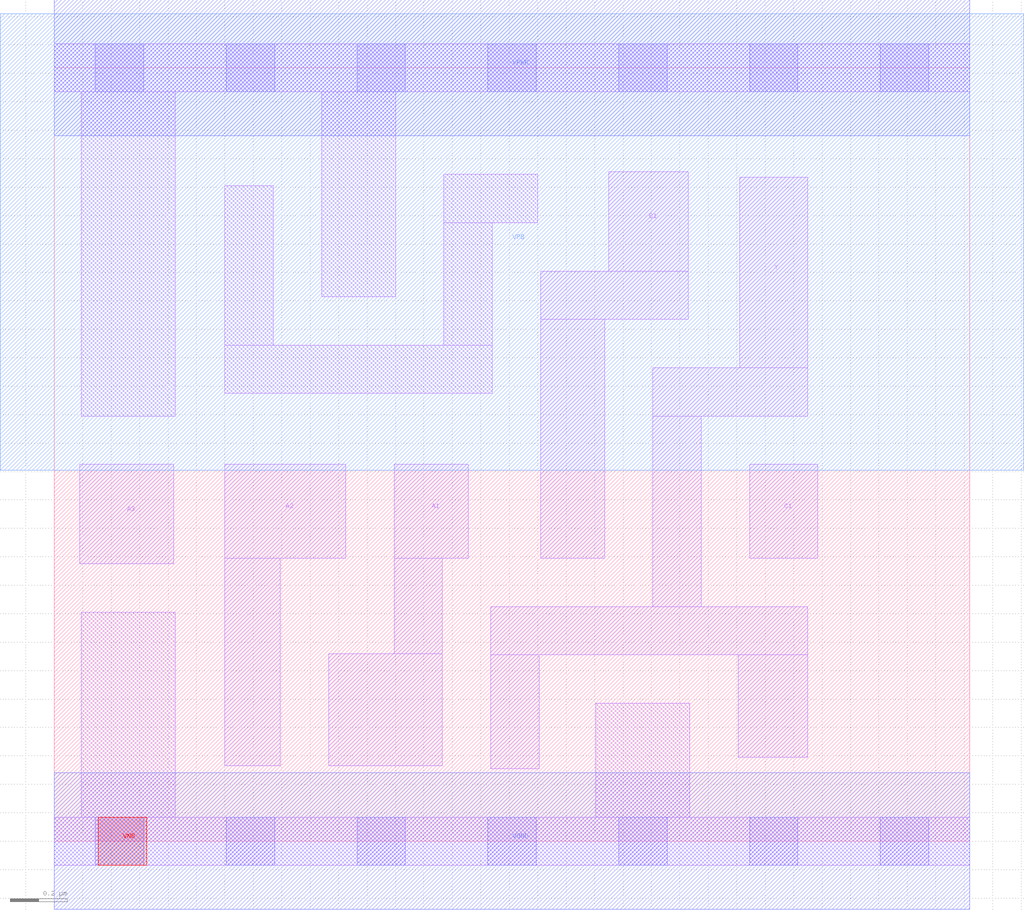
<source format=lef>
# Copyright 2020 The SkyWater PDK Authors
#
# Licensed under the Apache License, Version 2.0 (the "License");
# you may not use this file except in compliance with the License.
# You may obtain a copy of the License at
#
#     https://www.apache.org/licenses/LICENSE-2.0
#
# Unless required by applicable law or agreed to in writing, software
# distributed under the License is distributed on an "AS IS" BASIS,
# WITHOUT WARRANTIES OR CONDITIONS OF ANY KIND, either express or implied.
# See the License for the specific language governing permissions and
# limitations under the License.
#
# SPDX-License-Identifier: Apache-2.0

VERSION 5.7 ;
  NOWIREEXTENSIONATPIN ON ;
  DIVIDERCHAR "/" ;
  BUSBITCHARS "[]" ;
MACRO sky130_fd_sc_hd__a311oi_1
  CLASS CORE ;
  FOREIGN sky130_fd_sc_hd__a311oi_1 ;
  ORIGIN  0.000000  0.000000 ;
  SIZE  3.220000 BY  2.720000 ;
  SYMMETRY X Y R90 ;
  SITE unithd ;
  PIN A1
    ANTENNAGATEAREA  0.247500 ;
    DIRECTION INPUT ;
    USE SIGNAL ;
    PORT
      LAYER li1 ;
        RECT 0.965000 0.265000 1.365000 0.660000 ;
        RECT 1.195000 0.660000 1.365000 0.995000 ;
        RECT 1.195000 0.995000 1.455000 1.325000 ;
    END
  END A1
  PIN A2
    ANTENNAGATEAREA  0.247500 ;
    DIRECTION INPUT ;
    USE SIGNAL ;
    PORT
      LAYER li1 ;
        RECT 0.600000 0.265000 0.795000 0.995000 ;
        RECT 0.600000 0.995000 1.025000 1.325000 ;
    END
  END A2
  PIN A3
    ANTENNAGATEAREA  0.247500 ;
    DIRECTION INPUT ;
    USE SIGNAL ;
    PORT
      LAYER li1 ;
        RECT 0.090000 0.975000 0.420000 1.325000 ;
    END
  END A3
  PIN B1
    ANTENNAGATEAREA  0.247500 ;
    DIRECTION INPUT ;
    USE SIGNAL ;
    PORT
      LAYER li1 ;
        RECT 1.710000 0.995000 1.935000 1.835000 ;
        RECT 1.710000 1.835000 2.230000 2.005000 ;
        RECT 1.950000 2.005000 2.230000 2.355000 ;
    END
  END B1
  PIN C1
    ANTENNAGATEAREA  0.247500 ;
    DIRECTION INPUT ;
    USE SIGNAL ;
    PORT
      LAYER li1 ;
        RECT 2.445000 0.995000 2.685000 1.325000 ;
    END
  END C1
  PIN VNB
    PORT
      LAYER pwell ;
        RECT 0.155000 -0.085000 0.325000 0.085000 ;
    END
  END VNB
  PIN VPB
    PORT
      LAYER nwell ;
        RECT -0.190000 1.305000 3.410000 2.910000 ;
    END
  END VPB
  PIN Y
    ANTENNADIFFAREA  0.659750 ;
    DIRECTION OUTPUT ;
    USE SIGNAL ;
    PORT
      LAYER li1 ;
        RECT 1.535000 0.255000 1.705000 0.655000 ;
        RECT 1.535000 0.655000 2.650000 0.825000 ;
        RECT 2.105000 0.825000 2.275000 1.495000 ;
        RECT 2.105000 1.495000 2.650000 1.665000 ;
        RECT 2.405000 0.295000 2.650000 0.655000 ;
        RECT 2.410000 1.665000 2.650000 2.335000 ;
    END
  END Y
  PIN VGND
    DIRECTION INOUT ;
    SHAPE ABUTMENT ;
    USE GROUND ;
    PORT
      LAYER met1 ;
        RECT 0.000000 -0.240000 3.220000 0.240000 ;
    END
  END VGND
  PIN VPWR
    DIRECTION INOUT ;
    SHAPE ABUTMENT ;
    USE POWER ;
    PORT
      LAYER met1 ;
        RECT 0.000000 2.480000 3.220000 2.960000 ;
    END
  END VPWR
  OBS
    LAYER li1 ;
      RECT 0.000000 -0.085000 3.220000 0.085000 ;
      RECT 0.000000  2.635000 3.220000 2.805000 ;
      RECT 0.095000  0.085000 0.425000 0.805000 ;
      RECT 0.095000  1.495000 0.425000 2.635000 ;
      RECT 0.600000  1.575000 1.540000 1.745000 ;
      RECT 0.600000  1.745000 0.770000 2.305000 ;
      RECT 0.940000  1.915000 1.200000 2.635000 ;
      RECT 1.370000  1.745000 1.540000 2.175000 ;
      RECT 1.370000  2.175000 1.700000 2.345000 ;
      RECT 1.905000  0.085000 2.235000 0.485000 ;
    LAYER mcon ;
      RECT 0.145000 -0.085000 0.315000 0.085000 ;
      RECT 0.145000  2.635000 0.315000 2.805000 ;
      RECT 0.605000 -0.085000 0.775000 0.085000 ;
      RECT 0.605000  2.635000 0.775000 2.805000 ;
      RECT 1.065000 -0.085000 1.235000 0.085000 ;
      RECT 1.065000  2.635000 1.235000 2.805000 ;
      RECT 1.525000 -0.085000 1.695000 0.085000 ;
      RECT 1.525000  2.635000 1.695000 2.805000 ;
      RECT 1.985000 -0.085000 2.155000 0.085000 ;
      RECT 1.985000  2.635000 2.155000 2.805000 ;
      RECT 2.445000 -0.085000 2.615000 0.085000 ;
      RECT 2.445000  2.635000 2.615000 2.805000 ;
      RECT 2.905000 -0.085000 3.075000 0.085000 ;
      RECT 2.905000  2.635000 3.075000 2.805000 ;
  END
END sky130_fd_sc_hd__a311oi_1
END LIBRARY

</source>
